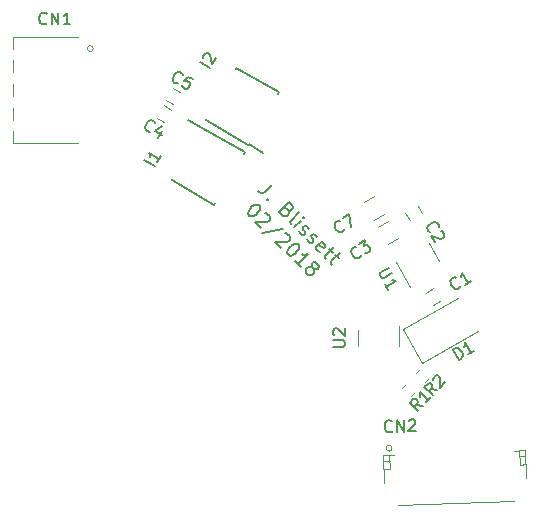
<source format=gbr>
G04 #@! TF.GenerationSoftware,KiCad,Pcbnew,(2018-01-25 revision 89a5a84af)-makepkg*
G04 #@! TF.CreationDate,2018-02-28T21:11:33+00:00*
G04 #@! TF.ProjectId,WolfDrive_encoder_renishaw_adapter,576F6C6644726976655F656E636F6465,rev?*
G04 #@! TF.SameCoordinates,Original*
G04 #@! TF.FileFunction,Legend,Top*
G04 #@! TF.FilePolarity,Positive*
%FSLAX46Y46*%
G04 Gerber Fmt 4.6, Leading zero omitted, Abs format (unit mm)*
G04 Created by KiCad (PCBNEW (2018-01-25 revision 89a5a84af)-makepkg) date Wed Feb 28 21:11:33 2018*
%MOMM*%
%LPD*%
G01*
G04 APERTURE LIST*
%ADD10C,0.200000*%
%ADD11C,0.120000*%
%ADD12C,0.150000*%
%ADD13C,0.100000*%
G04 APERTURE END LIST*
D10*
X22383756Y28959798D02*
X21777664Y28353706D01*
X21616040Y28272894D01*
X21454415Y28272894D01*
X21292791Y28353706D01*
X21211979Y28434518D01*
X22020101Y27788021D02*
X22020101Y27707209D01*
X21939289Y27707209D01*
X21939289Y27788021D01*
X22020101Y27788021D01*
X21939289Y27707209D01*
X23717157Y26818274D02*
X23797969Y26656650D01*
X23797969Y26575838D01*
X23757563Y26454619D01*
X23636345Y26333401D01*
X23515126Y26292995D01*
X23434314Y26292995D01*
X23313096Y26333401D01*
X22989847Y26656650D01*
X23838375Y27505178D01*
X24121218Y27222335D01*
X24161624Y27101117D01*
X24161624Y27020305D01*
X24121218Y26899087D01*
X24040406Y26818274D01*
X23919188Y26777868D01*
X23838375Y26777868D01*
X23717157Y26818274D01*
X23434314Y27101117D01*
X23959594Y25686903D02*
X23919188Y25808122D01*
X23959594Y25929340D01*
X24686903Y26656650D01*
X24282842Y25363655D02*
X24848528Y25929340D01*
X25131371Y26212183D02*
X25050558Y26212183D01*
X25050558Y26131371D01*
X25131371Y26131371D01*
X25131371Y26212183D01*
X25050558Y26131371D01*
X24686903Y25040406D02*
X24727310Y24919188D01*
X24888934Y24757563D01*
X25010152Y24717157D01*
X25131371Y24757563D01*
X25171777Y24797969D01*
X25212183Y24919188D01*
X25171777Y25040406D01*
X25050558Y25161624D01*
X25010152Y25282842D01*
X25050558Y25404061D01*
X25090964Y25444467D01*
X25212183Y25484873D01*
X25333401Y25444467D01*
X25454619Y25323249D01*
X25495025Y25202030D01*
X25373807Y24353502D02*
X25414213Y24232284D01*
X25575838Y24070659D01*
X25697056Y24030253D01*
X25818274Y24070659D01*
X25858680Y24111065D01*
X25899087Y24232284D01*
X25858680Y24353502D01*
X25737462Y24474720D01*
X25697056Y24595939D01*
X25737462Y24717157D01*
X25777868Y24757563D01*
X25899087Y24797969D01*
X26020305Y24757563D01*
X26141523Y24636345D01*
X26181929Y24515126D01*
X26424366Y23302943D02*
X26303148Y23343350D01*
X26141523Y23504974D01*
X26101117Y23626192D01*
X26141523Y23747411D01*
X26464772Y24070659D01*
X26585990Y24111065D01*
X26707209Y24070659D01*
X26868833Y23909035D01*
X26909239Y23787817D01*
X26868833Y23666598D01*
X26788021Y23585786D01*
X26303148Y23909035D01*
X27232488Y23545380D02*
X27555737Y23222131D01*
X27636549Y23707004D02*
X26909239Y22979695D01*
X26868833Y22858476D01*
X26909239Y22737258D01*
X26990051Y22656446D01*
X27717361Y23060507D02*
X28040610Y22737258D01*
X28121422Y23222131D02*
X27394112Y22494821D01*
X27353706Y22373603D01*
X27394112Y22252385D01*
X27474924Y22171573D01*
X21252384Y27262741D02*
X21333197Y27181929D01*
X21373603Y27060710D01*
X21373603Y26979898D01*
X21333197Y26858680D01*
X21211978Y26656649D01*
X21009948Y26454619D01*
X20807917Y26333401D01*
X20686699Y26292995D01*
X20605887Y26292995D01*
X20484668Y26333401D01*
X20403856Y26414213D01*
X20363450Y26535431D01*
X20363450Y26616243D01*
X20403856Y26737462D01*
X20525075Y26939492D01*
X20727105Y27141523D01*
X20929136Y27262741D01*
X21050354Y27303147D01*
X21131166Y27303147D01*
X21252384Y27262741D01*
X21777664Y26575837D02*
X21858476Y26575837D01*
X21979694Y26535431D01*
X22181725Y26333401D01*
X22222131Y26212182D01*
X22222131Y26131370D01*
X22181725Y26010152D01*
X22100912Y25929340D01*
X21939288Y25848527D01*
X20969542Y25848527D01*
X21494821Y25323248D01*
X23353502Y25242436D02*
X21535227Y24878781D01*
X23474720Y24878781D02*
X23555532Y24878781D01*
X23676750Y24838375D01*
X23878781Y24636344D01*
X23919187Y24515126D01*
X23919187Y24434314D01*
X23878781Y24313096D01*
X23797969Y24232283D01*
X23636344Y24151471D01*
X22666598Y24151471D01*
X23191877Y23626192D01*
X24565685Y23949441D02*
X24646497Y23868628D01*
X24686903Y23747410D01*
X24686903Y23666598D01*
X24646497Y23545380D01*
X24525279Y23343349D01*
X24323248Y23141319D01*
X24121218Y23020100D01*
X23999999Y22979694D01*
X23919187Y22979694D01*
X23797969Y23020100D01*
X23717157Y23100912D01*
X23676750Y23222131D01*
X23676750Y23302943D01*
X23717157Y23424161D01*
X23838375Y23626192D01*
X24040405Y23828222D01*
X24242436Y23949441D01*
X24363654Y23989847D01*
X24444466Y23989847D01*
X24565685Y23949441D01*
X24808121Y22009948D02*
X24323248Y22494821D01*
X24565685Y22252384D02*
X25414213Y23100912D01*
X25212182Y23060506D01*
X25050558Y23060506D01*
X24929340Y23100912D01*
X25777868Y22009948D02*
X25737462Y22131166D01*
X25737462Y22211978D01*
X25777868Y22333197D01*
X25818274Y22373603D01*
X25939492Y22414009D01*
X26020304Y22414009D01*
X26141523Y22373603D01*
X26303147Y22211978D01*
X26343553Y22090760D01*
X26343553Y22009948D01*
X26303147Y21888729D01*
X26262741Y21848323D01*
X26141523Y21807917D01*
X26060710Y21807917D01*
X25939492Y21848323D01*
X25777868Y22009948D01*
X25656649Y22050354D01*
X25575837Y22050354D01*
X25454619Y22009948D01*
X25292995Y21848323D01*
X25252588Y21727105D01*
X25252588Y21646293D01*
X25292995Y21525075D01*
X25454619Y21363450D01*
X25575837Y21323044D01*
X25656649Y21323044D01*
X25777868Y21363450D01*
X25939492Y21525075D01*
X25979898Y21646293D01*
X25979898Y21727105D01*
X25939492Y21848323D01*
D11*
X32552008Y6669220D02*
G75*
G03X32552008Y6669220I-250000J0D01*
G01*
X33070032Y1868099D02*
X42864062Y2210114D01*
X31904393Y3728552D02*
X31822380Y6077121D01*
X31822380Y6077121D02*
X32721831Y6108530D01*
X32322075Y6094570D02*
X32363954Y4895301D01*
X32363954Y4895301D02*
X32363954Y4895301D01*
X32363954Y4895301D02*
X32322075Y6094570D01*
X32322075Y6094570D02*
X32322075Y6094570D01*
X32339525Y5594875D02*
X32339525Y5594875D01*
X32339525Y5594875D02*
X31839829Y5577425D01*
X31839829Y5577425D02*
X31839829Y5577425D01*
X31839829Y5577425D02*
X32339525Y5594875D01*
X32363954Y4895301D02*
X32363954Y4895301D01*
X32363954Y4895301D02*
X31864259Y4877852D01*
X31864259Y4877852D02*
X31864259Y4877852D01*
X31864259Y4877852D02*
X32363954Y4895301D01*
X43897083Y4147346D02*
X43815070Y6495915D01*
X43815070Y6495915D02*
X42915618Y6464505D01*
X43315374Y6478465D02*
X43357254Y5279196D01*
X43357254Y5279196D02*
X43357254Y5279196D01*
X43357254Y5279196D02*
X43315374Y6478465D01*
X43315374Y6478465D02*
X43315374Y6478465D01*
X43332824Y5978770D02*
X43332824Y5978770D01*
X43332824Y5978770D02*
X43832519Y5996219D01*
X43832519Y5996219D02*
X43832519Y5996219D01*
X43832519Y5996219D02*
X43332824Y5978770D01*
X43357254Y5279196D02*
X43357254Y5279196D01*
X43357254Y5279196D02*
X43856949Y5296646D01*
X43856949Y5296646D02*
X43856949Y5296646D01*
X43856949Y5296646D02*
X43357254Y5279196D01*
D12*
X16476206Y33766463D02*
X15263771Y34466463D01*
X13926207Y29349734D02*
X17520212Y27274734D01*
X16501206Y33809764D02*
X20095211Y31734764D01*
X13926207Y29349734D02*
X13998706Y29475307D01*
X17520212Y27274734D02*
X17592712Y27400307D01*
X20095211Y31734764D02*
X20022712Y31609191D01*
X16501206Y33809764D02*
X16476206Y33766463D01*
D11*
X7250000Y40500000D02*
G75*
G03X7250000Y40500000I-250000J0D01*
G01*
D13*
X6000000Y41500000D02*
X500000Y41500000D01*
X500000Y32500000D02*
X6000000Y32500000D01*
X500000Y32500000D02*
X500000Y33500000D01*
X500000Y34500000D02*
X500000Y35500000D01*
X500000Y36500000D02*
X500000Y37500000D01*
X500000Y38500000D02*
X500000Y39500000D01*
X500000Y40500000D02*
X500000Y41500000D01*
D11*
X36603108Y19155384D02*
X35996892Y18805385D01*
X35396892Y19844616D02*
X36003108Y20194615D01*
X34032718Y25997081D02*
X33682719Y26603297D01*
X34721950Y27203297D02*
X35071949Y26597081D01*
X13253109Y34305385D02*
X12646891Y34655385D01*
X13246891Y35694615D02*
X13853109Y35344615D01*
D12*
X20397814Y32350372D02*
X20422814Y32393673D01*
X16803808Y34425372D02*
X16876308Y34550945D01*
X19378808Y38885402D02*
X19306308Y38759829D01*
X22972814Y36810402D02*
X22900314Y36684829D01*
X20397814Y32350372D02*
X16803808Y34425372D01*
X22972814Y36810402D02*
X19378808Y38885402D01*
X20422814Y32393673D02*
X21635249Y31693673D01*
D11*
X36549801Y22503240D02*
X35649801Y24062086D01*
X32861199Y22452086D02*
X34086200Y20330324D01*
X33480514Y16728942D02*
X35130514Y13871058D01*
X35130514Y13871058D02*
X39807051Y16571058D01*
X33480514Y16728942D02*
X38157051Y19428942D01*
X32238636Y25938661D02*
X31372610Y25438661D01*
X32222610Y23966417D02*
X33088636Y24466417D01*
X13996891Y37194615D02*
X14603109Y36844615D01*
X14003109Y35805385D02*
X13396891Y36155385D01*
X31008013Y27986122D02*
X30141987Y27486122D01*
X30991987Y26013878D02*
X31858013Y26513878D01*
X33150000Y15300000D02*
X33150000Y17050000D01*
X29650000Y15300000D02*
X29650000Y16700000D01*
X33732882Y12144298D02*
X33391883Y11778621D01*
X34167118Y11055702D02*
X34508117Y11421379D01*
X35347990Y12298457D02*
X35701543Y12652010D01*
X34952010Y13401543D02*
X34598457Y13047990D01*
D12*
X32560551Y8134493D02*
X32514623Y8085241D01*
X32373515Y8032665D01*
X32278335Y8029342D01*
X32133903Y8071946D01*
X32035399Y8163802D01*
X31984485Y8257320D01*
X31930247Y8446019D01*
X31925262Y8588789D01*
X31966204Y8780811D01*
X32010471Y8877653D01*
X32102327Y8976157D01*
X32243435Y9028732D01*
X32338615Y9032056D01*
X32483047Y8989452D01*
X32532299Y8943524D01*
X32992185Y8054270D02*
X32957286Y9053661D01*
X33563266Y8074212D01*
X33528366Y9073603D01*
X33960000Y8993380D02*
X34005928Y9042632D01*
X34099447Y9093546D01*
X34337397Y9101855D01*
X34434239Y9057589D01*
X34483491Y9011661D01*
X34534404Y8918143D01*
X34537728Y8822962D01*
X34495124Y8678530D01*
X33943986Y8087507D01*
X34562656Y8109112D01*
X12453678Y30561416D02*
X11587652Y31061416D01*
X12953678Y31427441D02*
X12667963Y30932570D01*
X12810821Y31180006D02*
X11944795Y31680006D01*
X12020894Y31526098D01*
X12055754Y31396001D01*
X12049374Y31289713D01*
X3309523Y42642857D02*
X3261904Y42595238D01*
X3119047Y42547619D01*
X3023809Y42547619D01*
X2880952Y42595238D01*
X2785714Y42690476D01*
X2738095Y42785714D01*
X2690476Y42976190D01*
X2690476Y43119047D01*
X2738095Y43309523D01*
X2785714Y43404761D01*
X2880952Y43500000D01*
X3023809Y43547619D01*
X3119047Y43547619D01*
X3261904Y43500000D01*
X3309523Y43452380D01*
X3738095Y42547619D02*
X3738095Y43547619D01*
X4309523Y42547619D01*
X4309523Y43547619D01*
X5309523Y42547619D02*
X4738095Y42547619D01*
X5023809Y42547619D02*
X5023809Y43547619D01*
X4928571Y43404761D01*
X4833333Y43309523D01*
X4738095Y43261904D01*
X38334233Y20407371D02*
X38316804Y20342323D01*
X38216895Y20229655D01*
X38134417Y20182036D01*
X37986889Y20151846D01*
X37856791Y20186706D01*
X37767933Y20245375D01*
X37631456Y20386523D01*
X37560027Y20510241D01*
X37506028Y20699007D01*
X37499649Y20805295D01*
X37534508Y20935393D01*
X37634417Y21048061D01*
X37716895Y21095680D01*
X37864423Y21125869D01*
X37929471Y21108440D01*
X39206639Y20801083D02*
X38711767Y20515369D01*
X38959203Y20658226D02*
X38459203Y21524252D01*
X38448153Y21352915D01*
X38413293Y21222817D01*
X38354624Y21133959D01*
X35807371Y24965767D02*
X35742323Y24983196D01*
X35629655Y25083105D01*
X35582036Y25165583D01*
X35551846Y25313111D01*
X35586706Y25443209D01*
X35645375Y25532067D01*
X35786523Y25668544D01*
X35910241Y25739973D01*
X36099007Y25793972D01*
X36205295Y25800351D01*
X36335393Y25765492D01*
X36448061Y25665583D01*
X36495680Y25583105D01*
X36525869Y25435577D01*
X36508440Y25370529D01*
X36698916Y25040614D02*
X36763965Y25023184D01*
X36852823Y24964515D01*
X36971871Y24758319D01*
X36978250Y24652031D01*
X36960821Y24586982D01*
X36902151Y24498123D01*
X36819673Y24450504D01*
X36672145Y24420315D01*
X35891559Y24629472D01*
X36201083Y24093361D01*
X12077091Y33474038D02*
X12012042Y33456608D01*
X11864514Y33486798D01*
X11782036Y33534417D01*
X11682127Y33647084D01*
X11647268Y33777182D01*
X11653647Y33883470D01*
X11707646Y34072237D01*
X11779075Y34195955D01*
X11915552Y34337103D01*
X12004411Y34395772D01*
X12134508Y34430631D01*
X12282036Y34400442D01*
X12364514Y34352823D01*
X12464423Y34240155D01*
X12481852Y34175106D01*
X13105112Y33540338D02*
X12771779Y32962988D01*
X13089392Y33989300D02*
X12526053Y33489758D01*
X13062164Y33180235D01*
X17153678Y38861416D02*
X16287652Y39361416D01*
X16584417Y39684951D02*
X16566987Y39750000D01*
X16573367Y39856288D01*
X16692414Y40062484D01*
X16781273Y40121153D01*
X16846321Y40138583D01*
X16952609Y40132203D01*
X17035088Y40084584D01*
X17134996Y39971916D01*
X17344154Y39191330D01*
X17653678Y39727441D01*
X32287325Y21961301D02*
X31586257Y21556539D01*
X31527588Y21467681D01*
X31510158Y21402632D01*
X31516538Y21296344D01*
X31611776Y21131386D01*
X31700634Y21072717D01*
X31765683Y21055288D01*
X31871971Y21061667D01*
X32573039Y21466429D01*
X32207014Y20100404D02*
X31921300Y20595275D01*
X32064157Y20347840D02*
X32930182Y20847840D01*
X32758845Y20858890D01*
X32628748Y20893749D01*
X32539889Y20952418D01*
X38186981Y14139178D02*
X37686981Y15005204D01*
X37893177Y15124252D01*
X38040705Y15154441D01*
X38170802Y15119581D01*
X38259661Y15060912D01*
X38396138Y14919764D01*
X38467567Y14796047D01*
X38521565Y14607280D01*
X38527945Y14500992D01*
X38493086Y14370894D01*
X38393177Y14258226D01*
X38186981Y14139178D01*
X39506639Y14901083D02*
X39011767Y14615369D01*
X39259203Y14758226D02*
X38759203Y15624252D01*
X38748153Y15452915D01*
X38713293Y15322817D01*
X38654624Y15233959D01*
X29934233Y23007371D02*
X29916804Y22942323D01*
X29816895Y22829655D01*
X29734417Y22782036D01*
X29586889Y22751846D01*
X29456791Y22786706D01*
X29367933Y22845375D01*
X29231456Y22986523D01*
X29160027Y23110241D01*
X29106028Y23299007D01*
X29099649Y23405295D01*
X29134508Y23535393D01*
X29234417Y23648061D01*
X29316895Y23695680D01*
X29464423Y23725869D01*
X29529471Y23708440D01*
X29770528Y23957585D02*
X30306639Y24267109D01*
X30208440Y23770528D01*
X30332157Y23841956D01*
X30438446Y23848336D01*
X30503494Y23830906D01*
X30592353Y23772237D01*
X30711400Y23566040D01*
X30717780Y23459752D01*
X30700350Y23394704D01*
X30641681Y23305845D01*
X30394245Y23162988D01*
X30287957Y23156608D01*
X30222908Y23174038D01*
X14427091Y37573076D02*
X14362042Y37555646D01*
X14214514Y37585836D01*
X14132036Y37633455D01*
X14032127Y37746122D01*
X13997268Y37876220D01*
X14003647Y37982508D01*
X14057646Y38171275D01*
X14129075Y38294993D01*
X14265552Y38436141D01*
X14354411Y38494810D01*
X14484508Y38529669D01*
X14632036Y38499480D01*
X14714514Y38451861D01*
X14814423Y38339193D01*
X14831852Y38274144D01*
X15663018Y37904242D02*
X15250625Y38142337D01*
X14971291Y37753754D01*
X15036339Y37771183D01*
X15142628Y37764804D01*
X15348824Y37645756D01*
X15407493Y37556898D01*
X15424923Y37491849D01*
X15418543Y37385561D01*
X15299496Y37179364D01*
X15210637Y37120695D01*
X15145588Y37103265D01*
X15039300Y37109645D01*
X14833104Y37228693D01*
X14774435Y37317551D01*
X14757005Y37382600D01*
X28534233Y25207370D02*
X28516804Y25142322D01*
X28416895Y25029654D01*
X28334417Y24982035D01*
X28186889Y24951845D01*
X28056791Y24986705D01*
X27967933Y25045374D01*
X27831456Y25186522D01*
X27760027Y25310240D01*
X27706028Y25499006D01*
X27699649Y25605294D01*
X27734508Y25735392D01*
X27834417Y25848060D01*
X27916895Y25895679D01*
X28064423Y25925868D01*
X28129471Y25908439D01*
X28370528Y26157584D02*
X28947878Y26490917D01*
X29076724Y25410606D01*
X27552380Y15238095D02*
X28361904Y15238095D01*
X28457142Y15285714D01*
X28504761Y15333333D01*
X28552380Y15428571D01*
X28552380Y15619047D01*
X28504761Y15714285D01*
X28457142Y15761904D01*
X28361904Y15809523D01*
X27552380Y15809523D01*
X27647619Y16238095D02*
X27600000Y16285714D01*
X27552380Y16380952D01*
X27552380Y16619047D01*
X27600000Y16714285D01*
X27647619Y16761904D01*
X27742857Y16809523D01*
X27838095Y16809523D01*
X27980952Y16761904D01*
X28552380Y16190476D01*
X28552380Y16809523D01*
X35167184Y10269584D02*
X34591587Y10350561D01*
X34777470Y9851668D02*
X34046117Y10533666D01*
X34305925Y10812277D01*
X34405704Y10849454D01*
X34473007Y10851804D01*
X34575135Y10821678D01*
X34679614Y10724250D01*
X34716791Y10624471D01*
X34719141Y10557169D01*
X34689015Y10455040D01*
X34429207Y10176429D01*
X35816706Y10966111D02*
X35426992Y10548195D01*
X35621849Y10757153D02*
X34890495Y11439152D01*
X34930022Y11272071D01*
X34934723Y11137466D01*
X34904597Y11035337D01*
X36402030Y11562267D02*
X35829610Y11663282D01*
X35997969Y11158206D02*
X35290862Y11865312D01*
X35560236Y12134687D01*
X35661251Y12168358D01*
X35728595Y12168358D01*
X35829610Y12134687D01*
X35930625Y12033671D01*
X35964297Y11932656D01*
X35964297Y11865312D01*
X35930625Y11764297D01*
X35661251Y11494923D01*
X36031641Y12471404D02*
X36031641Y12538748D01*
X36065312Y12639763D01*
X36233671Y12808122D01*
X36334687Y12841793D01*
X36402030Y12841793D01*
X36503045Y12808122D01*
X36570389Y12740778D01*
X36637732Y12606091D01*
X36637732Y11797969D01*
X37075465Y12235702D01*
M02*

</source>
